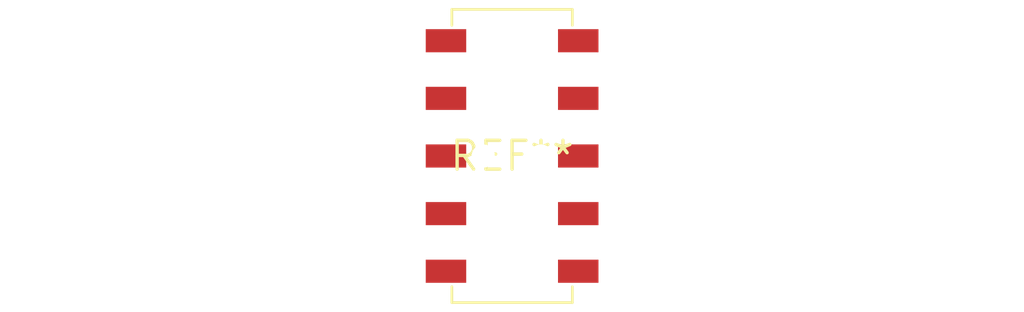
<source format=kicad_pcb>
(kicad_pcb (version 20240108) (generator pcbnew)
  (layers (0 "F.Cu" signal) (31 "B.Cu" signal) (34 "B.Paste" user) (35 "F.Paste" user) (36 "B.SilkS" user "B.Silkscreen") (37 "F.SilkS" user "F.Silkscreen") (38 "B.Mask" user) (39 "F.Mask" user) (44 "Edge.Cuts" user))
  (net 0 "")
  (footprint "Harwin_M20-7810545_2x05_P2.54mm_Vertical" (layer "F.Cu") (at 0 0)
    (property "Reference" "REF**")
    (property "Value" "Harwin_M20-7810545_2x05_P2.54mm_Vertical")
    (fp_line (start -2.65 -6.46) (end 2.65 -6.46) (layer "F.SilkS") (stroke (width 0.12)))
    (fp_line (start -2.65 -5.76) (end -2.65 -6.46) (layer "F.SilkS") (stroke (width 0.12)))
    (fp_line (start -2.65 5.76) (end -2.65 6.46) (layer "F.SilkS") (stroke (width 0.12)))
    (fp_line (start -2.65 6.46) (end 2.65 6.46) (layer "F.SilkS") (stroke (width 0.12)))
    (fp_line (start 2.65 -6.46) (end 2.65 -5.76) (layer "F.SilkS") (stroke (width 0.12)))
    (fp_line (start 2.65 6.46) (end 2.65 5.76) (layer "F.SilkS") (stroke (width 0.12)))
    (pad "" np_thru_hole circle (at -1.27 -5.08) (size 1.02 1.02) (drill 1.02) (layers *.Cu *.Mask))
    (pad "" np_thru_hole circle (at -1.27 -2.54) (size 1.02 1.02) (drill 1.02) (layers *.Cu *.Mask))
    (pad "" np_thru_hole circle (at -1.27 0) (size 1.02 1.02) (drill 1.02) (layers *.Cu *.Mask))
    (pad "" np_thru_hole circle (at -1.27 2.54) (size 1.02 1.02) (drill 1.02) (layers *.Cu *.Mask))
    (pad "" np_thru_hole circle (at -1.27 5.08) (size 1.02 1.02) (drill 1.02) (layers *.Cu *.Mask))
    (pad "" np_thru_hole circle (at 0 -3.81) (size 1.8 1.8) (drill 1.8) (layers *.Cu *.Mask))
    (pad "" np_thru_hole circle (at 0 3.81) (size 1.8 1.8) (drill 1.8) (layers *.Cu *.Mask))
    (pad "" np_thru_hole circle (at 1.27 -5.08) (size 1.02 1.02) (drill 1.02) (layers *.Cu *.Mask))
    (pad "" np_thru_hole circle (at 1.27 -2.54) (size 1.02 1.02) (drill 1.02) (layers *.Cu *.Mask))
    (pad "" np_thru_hole circle (at 1.27 0) (size 1.02 1.02) (drill 1.02) (layers *.Cu *.Mask))
    (pad "" np_thru_hole circle (at 1.27 2.54) (size 1.02 1.02) (drill 1.02) (layers *.Cu *.Mask))
    (pad "" np_thru_hole circle (at 1.27 5.08) (size 1.02 1.02) (drill 1.02) (layers *.Cu *.Mask))
    (pad "1" smd rect (at -2.91 -5.08) (size 1.78 1.02) (layers "F.Cu" "F.Paste" "F.Mask"))
    (pad "2" smd rect (at -2.91 -2.54) (size 1.78 1.02) (layers "F.Cu" "F.Paste" "F.Mask"))
    (pad "3" smd rect (at -2.91 0) (size 1.78 1.02) (layers "F.Cu" "F.Paste" "F.Mask"))
    (pad "4" smd rect (at -2.91 2.54) (size 1.78 1.02) (layers "F.Cu" "F.Paste" "F.Mask"))
    (pad "5" smd rect (at -2.91 5.08) (size 1.78 1.02) (layers "F.Cu" "F.Paste" "F.Mask"))
    (pad "6" smd rect (at 2.91 -5.08) (size 1.78 1.02) (layers "F.Cu" "F.Paste" "F.Mask"))
    (pad "7" smd rect (at 2.91 -2.54) (size 1.78 1.02) (layers "F.Cu" "F.Paste" "F.Mask"))
    (pad "8" smd rect (at 2.91 0) (size 1.78 1.02) (layers "F.Cu" "F.Paste" "F.Mask"))
    (pad "9" smd rect (at 2.91 2.54) (size 1.78 1.02) (layers "F.Cu" "F.Paste" "F.Mask"))
    (pad "10" smd rect (at 2.91 5.08) (size 1.78 1.02) (layers "F.Cu" "F.Paste" "F.Mask"))
  )
)
</source>
